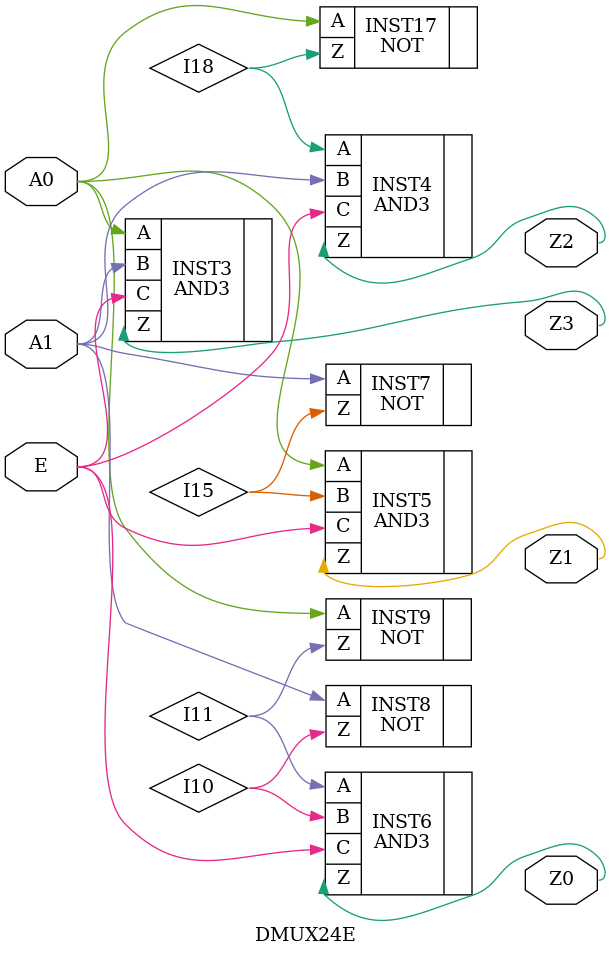
<source format=v>
`resetall
`timescale 1 ns / 100 ps

/* Created by DB2VERILOG Version 1.0.1.1 on Mon May 16 16:38:52 1994 */
/* module compiled from "lsl2db 3.6.4" run */

`celldefine
module DMUX24E (A0, A1, E, Z0, Z1, Z2, Z3);
input  A0, A1, E;
output Z0, Z1, Z2, Z3;
NOT INST17 (.A(A0), .Z(I18));
AND3 INST3 (.A(A0), .B(A1), .C(E), .Z(Z3));
AND3 INST4 (.A(I18), .B(A1), .C(E), .Z(Z2));
AND3 INST5 (.A(A0), .B(I15), .C(E), .Z(Z1));
AND3 INST6 (.A(I11), .B(I10), .C(E), .Z(Z0));
NOT INST7 (.A(A1), .Z(I15));
NOT INST8 (.A(A1), .Z(I10));
NOT INST9 (.A(A0), .Z(I11));

endmodule
`endcelldefine

</source>
